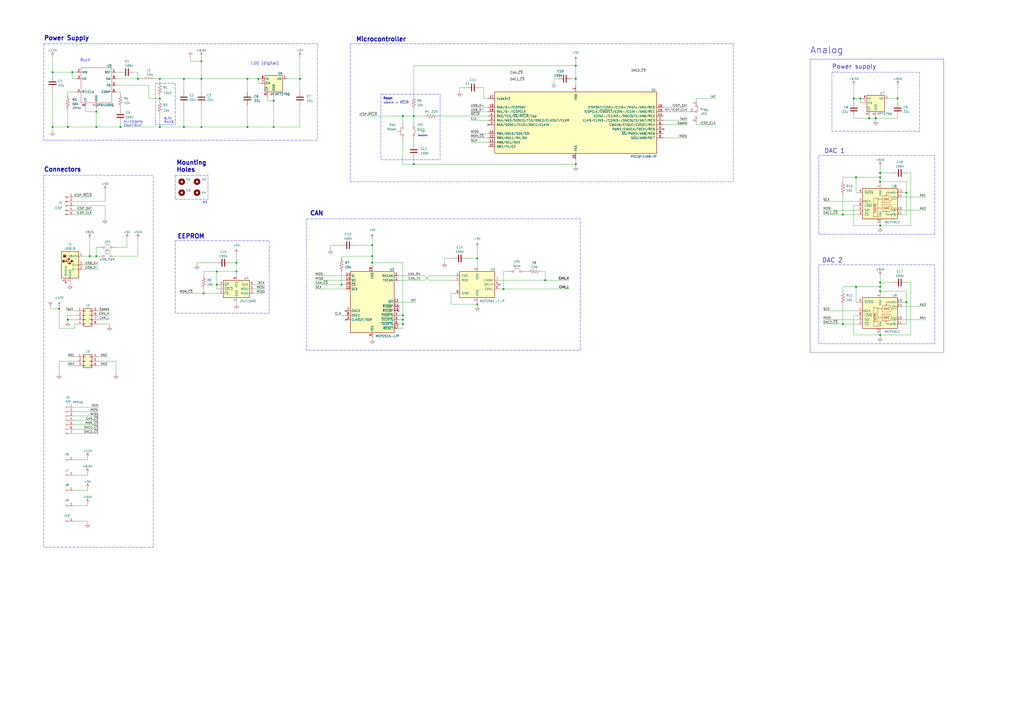
<source format=kicad_sch>
(kicad_sch (version 20250114) (generator "eeschema") (generator_version "9.0")
  (paper "A2")
  (title_block (title "CAN Gauge Interface") (date "2025-09-19") (rev "0.1") (company "Sam Anthony"))
  (rectangle (start 482.6 41.91) (end 533.4 76.2) (stroke (width 0) (type dash)))
  (rectangle (start 25.4 25.4) (end 184.15 81.28) (stroke (width 0) (type dash)))
  (rectangle (start 101.6 139.7) (end 156.21 181.61) (stroke (width 0) (type dash)))
  (rectangle (start 101.6 101.5999) (end 120.65 115.5699) (stroke (width 0) (type dash)))
  (rectangle (start 90.17 48.26) (end 101.6 72.39) (stroke (width 0) (type dash)))
  (rectangle (start 220.98 54.61) (end 255.27 92.71) (stroke (width 0) (type dash)))
  (rectangle (start 474.98 153.67) (end 542.29 199.39) (stroke (width 0) (type dash)))
  (rectangle (start 177.8 127) (end 336.55 203.2) (stroke (width 0) (type dash)))
  (rectangle (start 25.4 101.6) (end 88.9 317.5) (stroke (width 0) (type dash)))
  (rectangle (start 474.98 90.17) (end 542.29 135.89) (stroke (width 0) (type dash)))
  (rectangle (start 203.2 25.4) (end 425.45 105.41) (stroke (width 0) (type dash)))
  (rectangle (start 469.9 34.29) (end 547.37 204.47))
  (text "Connectors" (at 25.4 98.425 0) (effects (font (size 2.54 2.54) (thickness 0.508) (bold yes)) (justify left)))
  (text "Power Supply" (at 25.4 22.225 0) (effects (font (size 2.54 2.54) (thickness 0.508) (bold yes)) (justify left)))
  (text "LDO (digital)" (at 153.67 36.83 0) (effects (font (size 1.651 1.651))))
  (text "CAN" (at 179.705 123.825 0) (effects (font (size 2.54 2.54) (thickness 0.508) (bold yes)) (justify left)))
  (text "2MHz\n" (at 44.45 62.865 0) (effects (font (size 1.27 1.27))))
  (text "6.7V\nR±1%" (at 95.25 69.85 0) (effects (font (size 1.27 1.27)) (justify left)))
  (text "Reset" (at 222.25 57.15 0) (effects (font (size 1.27 1.27) (thickness 0.254) (bold yes)) (justify left)))
  (text "fc=13.5kHz\nCout=31uF" (at 71.755 71.755 0) (effects (font (size 1.27 1.27)) (justify left)))
  (text "Mounting\nHoles" (at 102.235 96.5199 0) (effects (font (size 2.54 2.54) (thickness 0.508) (bold yes)) (justify left)))
  (text "Power supply" (at 482.6 38.735 0) (effects (font (size 2.54 2.54) (thickness 0.254) (bold yes)) (justify left)))
  (text "M3\n" (at 117.475 117.4749 0) (effects (font (size 1.27 1.27)) (justify left)))
  (text "EEPROM" (at 102.87 137.16 0) (effects (font (size 2.54 2.54) (thickness 0.508) (bold yes)) (justify left)))
  (text "≤6mm ↔ ~{MCLR}" (at 222.25 59.69 0) (effects (font (size 1.27 1.27)) (justify left)))
  (text "DAC 1" (at 478.155 87.63 0) (effects (font (size 2.54 2.54) (thickness 0.254) (bold yes)) (justify left)))
  (text "Buck" (at 49.53 34.925 0) (effects (font (size 1.651 1.651))))
  (text "Microcontroller" (at 206.375 22.86 0) (effects (font (size 2.54 2.54) (thickness 0.508) (bold yes)) (justify left)))
  (text "Analog" (at 469.9 29.21 0) (effects (font (size 3.81 3.81) (thickness 0.254) (bold yes)) (justify left)))
  (text "Isolation" (at 245.11 78.74 0) (effects (font (size 0.889 0.889))))
  (text "DAC 2" (at 476.885 151.13 0) (effects (font (size 2.54 2.54) (thickness 0.254) (bold yes)) (justify left)))
  (junction (at 39.37 185.42))
  (junction (at 158.75 58.42))
  (junction (at 510.54 166.37))
  (junction (at 504.19 68.58))
  (junction (at 106.68 45.72))
  (junction (at 510.54 168.91))
  (junction (at 137.16 157.48))
  (junction (at 510.54 100.33))
  (junction (at 55.88 73.66))
  (junction (at 116.84 73.66))
  (junction (at 39.37 73.66))
  (junction (at 106.68 73.66))
  (junction (at 233.68 185.42))
  (junction (at 173.99 45.72))
  (junction (at 496.57 166.37))
  (junction (at 137.16 152.4))
  (junction (at 525.78 111.76))
  (junction (at 143.51 73.66))
  (junction (at 488.95 187.96))
  (junction (at 92.71 73.66))
  (junction (at 334.01 38.1))
  (junction (at 34.29 179.07))
  (junction (at 508 68.58))
  (junction (at 233.68 182.88))
  (junction (at 334.01 45.72))
  (junction (at 495.3 57.15))
  (junction (at 55.88 148.59))
  (junction (at 488.95 124.46))
  (junction (at 510.54 130.81))
  (junction (at 334.01 95.25))
  (junction (at 149.86 45.72))
  (junction (at 30.48 41.91))
  (junction (at 158.75 73.66))
  (junction (at 215.9 142.24))
  (junction (at 80.01 45.72))
  (junction (at 240.03 67.31))
  (junction (at 510.54 102.87))
  (junction (at 510.54 194.31))
  (junction (at 92.71 57.15))
  (junction (at 55.88 64.77))
  (junction (at 525.78 175.26))
  (junction (at 30.48 73.66))
  (junction (at 92.71 45.72))
  (junction (at 276.86 176.53))
  (junction (at 116.84 35.56))
  (junction (at 215.9 152.4))
  (junction (at 520.7 57.15))
  (junction (at 276.86 149.86))
  (junction (at 316.23 162.56))
  (junction (at 125.73 165.1))
  (junction (at 41.91 41.91))
  (junction (at 510.54 163.83))
  (junction (at 499.11 57.15))
  (junction (at 118.11 170.18))
  (junction (at 52.07 148.59))
  (junction (at 215.9 148.59))
  (junction (at 496.57 102.87))
  (junction (at 198.12 165.1))
  (junction (at 125.73 157.48))
  (junction (at 510.54 105.41))
  (junction (at 69.85 73.66))
  (junction (at 240.03 95.25))
  (junction (at 233.68 67.31))
  (junction (at 233.68 187.96))
  (junction (at 143.51 45.72))
  (junction (at 116.84 45.72))
  (junction (at 292.1 167.64))
  (no_connect (at 38.1 163.83))
  (no_connect (at 231.14 177.8))
  (no_connect (at 283.21 72.39))
  (no_connect (at 200.66 185.42))
  (no_connect (at 289.56 165.1))
  (no_connect (at 200.66 180.34))
  (no_connect (at 384.81 74.93))
  (no_connect (at 231.14 180.34))
  (wire (pts (xy 231.14 162.56) (xy 246.38 162.56)))
  (wire (pts (xy 240.03 95.25) (xy 240.03 91.44)))
  (wire (pts (xy 384.81 69.85) (xy 398.78 69.85)))
  (wire (pts (xy 499.11 57.15) (xy 495.3 57.15)))
  (wire (pts (xy 116.84 33.02) (xy 116.84 35.56)))
  (wire (pts (xy 215.9 142.24) (xy 215.9 148.59)))
  (wire (pts (xy 50.8 302.26) (xy 50.8 303.53)))
  (wire (pts (xy 106.68 45.72) (xy 116.84 45.72)))
  (wire (pts (xy 158.75 58.42) (xy 158.75 73.66)))
  (wire (pts (xy 495.3 182.88) (xy 497.84 182.88)))
  (wire (pts (xy 292.1 157.48) (xy 294.64 157.48)))
  (wire (pts (xy 44.45 209.55) (xy 34.29 209.55)))
  (wire (pts (xy 233.68 187.96) (xy 233.68 185.42)))
  (wire (pts (xy 495.3 119.38) (xy 497.84 119.38)))
  (wire (pts (xy 240.03 38.1) (xy 334.01 38.1)))
  (wire (pts (xy 231.14 187.96) (xy 233.68 187.96)))
  (wire (pts (xy 44.45 41.91) (xy 41.91 41.91)))
  (wire (pts (xy 508 67.31) (xy 508 68.58)))
  (wire (pts (xy 289.56 167.64) (xy 292.1 167.64)))
  (wire (pts (xy 510.54 168.91) (xy 510.54 170.18)))
  (wire (pts (xy 215.9 195.58) (xy 215.9 196.85)))
  (wire (pts (xy 60.96 116.84) (xy 60.96 110.49)))
  (wire (pts (xy 67.31 53.34) (xy 69.85 53.34)))
  (wire (pts (xy 499.11 59.69) (xy 499.11 57.15)))
  (wire (pts (xy 80.01 45.72) (xy 82.55 45.72)))
  (wire (pts (xy 48.26 153.67) (xy 57.15 153.67)))
  (wire (pts (xy 127 165.1) (xy 125.73 165.1)))
  (wire (pts (xy 262.89 149.86) (xy 257.81 149.86)))
  (wire (pts (xy 496.57 175.26) (xy 496.57 166.37)))
  (wire (pts (xy 149.86 48.26) (xy 149.86 45.72)))
  (wire (pts (xy 488.95 187.96) (xy 497.84 187.96)))
  (wire (pts (xy 118.11 157.48) (xy 125.73 157.48)))
  (wire (pts (xy 92.71 73.66) (xy 106.68 73.66)))
  (wire (pts (xy 240.03 38.1) (xy 240.03 55.88)))
  (wire (pts (xy 523.24 124.46) (xy 525.78 124.46)))
  (wire (pts (xy 44.45 53.34) (xy 39.37 53.34)))
  (wire (pts (xy 477.52 180.34) (xy 497.84 180.34)))
  (wire (pts (xy 510.54 193.04) (xy 510.54 194.31)))
  (wire (pts (xy 233.68 185.42) (xy 233.68 182.88)))
  (wire (pts (xy 510.54 194.31) (xy 510.54 195.58)))
  (wire (pts (xy 525.78 168.91) (xy 510.54 168.91)))
  (wire (pts (xy 384.81 64.77) (xy 400.05 64.77)))
  (wire (pts (xy 69.85 53.34) (xy 69.85 54.61)))
  (wire (pts (xy 499.11 57.15) (xy 500.38 57.15)))
  (wire (pts (xy 34.29 190.5) (xy 34.29 179.07)))
  (wire (pts (xy 149.86 45.72) (xy 151.13 45.72)))
  (wire (pts (xy 198.12 165.1) (xy 198.12 157.48)))
  (wire (pts (xy 57.15 209.55) (xy 67.31 209.55)))
  (wire (pts (xy 39.37 185.42) (xy 39.37 186.69)))
  (wire (pts (xy 116.84 45.72) (xy 143.51 45.72)))
  (wire (pts (xy 43.18 243.84) (xy 57.15 243.84)))
  (wire (pts (xy 57.15 182.88) (xy 63.5 182.88)))
  (wire (pts (xy 273.05 82.55) (xy 283.21 82.55)))
  (wire (pts (xy 495.3 130.81) (xy 510.54 130.81)))
  (wire (pts (xy 523.24 177.8) (xy 537.21 177.8)))
  (wire (pts (xy 151.13 48.26) (xy 149.86 48.26)))
  (wire (pts (xy 528.32 130.81) (xy 510.54 130.81)))
  (wire (pts (xy 50.8 275.59) (xy 50.8 274.32)))
  (wire (pts (xy 182.88 165.1) (xy 198.12 165.1)))
  (wire (pts (xy 43.18 246.38) (xy 57.15 246.38)))
  (wire (pts (xy 403.86 71.12) (xy 403.86 72.39)))
  (wire (pts (xy 154.94 55.88) (xy 154.94 58.42)))
  (wire (pts (xy 497.84 111.76) (xy 496.57 111.76)))
  (wire (pts (xy 158.75 73.66) (xy 143.51 73.66)))
  (wire (pts (xy 523.24 114.3) (xy 537.21 114.3)))
  (wire (pts (xy 55.88 148.59) (xy 57.15 148.59)))
  (wire (pts (xy 30.48 41.91) (xy 30.48 44.45)))
  (wire (pts (xy 273.05 69.85) (xy 283.21 69.85)))
  (wire (pts (xy 182.88 160.02) (xy 200.66 160.02)))
  (wire (pts (xy 525.78 105.41) (xy 525.78 111.76)))
  (wire (pts (xy 384.81 62.23) (xy 398.78 62.23)))
  (wire (pts (xy 496.57 102.87) (xy 510.54 102.87)))
  (wire (pts (xy 496.57 111.76) (xy 496.57 102.87)))
  (wire (pts (xy 49.53 62.23) (xy 49.53 64.77)))
  (wire (pts (xy 525.78 168.91) (xy 525.78 175.26)))
  (wire (pts (xy 194.31 182.88) (xy 200.66 182.88)))
  (wire (pts (xy 477.52 185.42) (xy 497.84 185.42)))
  (wire (pts (xy 39.37 53.34) (xy 39.37 55.88)))
  (wire (pts (xy 92.71 66.04) (xy 92.71 73.66)))
  (wire (pts (xy 118.11 160.02) (xy 118.11 157.48)))
  (wire (pts (xy 334.01 45.72) (xy 331.47 45.72)))
  (wire (pts (xy 57.15 185.42) (xy 63.5 185.42)))
  (wire (pts (xy 334.01 49.53) (xy 334.01 45.72)))
  (wire (pts (xy 215.9 148.59) (xy 215.9 152.4)))
  (wire (pts (xy 143.51 45.72) (xy 143.51 53.34)))
  (wire (pts (xy 208.28 67.31) (xy 233.68 67.31)))
  (wire (pts (xy 403.86 58.42) (xy 403.86 57.15)))
  (wire (pts (xy 510.54 163.83) (xy 510.54 166.37)))
  (wire (pts (xy 495.3 130.81) (xy 495.3 119.38)))
  (wire (pts (xy 523.24 185.42) (xy 537.21 185.42)))
  (wire (pts (xy 39.37 63.5) (xy 39.37 73.66)))
  (wire (pts (xy 50.8 293.37) (xy 50.8 292.1)))
  (wire (pts (xy 43.18 114.3) (xy 53.34 114.3)))
  (wire (pts (xy 191.77 142.24) (xy 191.77 144.78)))
  (wire (pts (xy 92.71 45.72) (xy 92.71 48.26)))
  (wire (pts (xy 57.15 187.96) (xy 63.5 187.96)))
  (wire (pts (xy 39.37 185.42) (xy 44.45 185.42)))
  (wire (pts (xy 510.54 160.02) (xy 510.54 163.83)))
  (wire (pts (xy 528.32 163.83) (xy 528.32 194.31)))
  (wire (pts (xy 60.96 119.38) (xy 60.96 127)))
  (wire (pts (xy 283.21 57.15) (xy 280.67 57.15)))
  (wire (pts (xy 528.32 100.33) (xy 528.32 130.81)))
  (wire (pts (xy 173.99 45.72) (xy 173.99 53.34)))
  (wire (pts (xy 125.73 167.64) (xy 125.73 165.1)))
  (wire (pts (xy 525.78 105.41) (xy 510.54 105.41)))
  (wire (pts (xy 44.45 182.88) (xy 39.37 182.88)))
  (wire (pts (xy 495.3 67.31) (xy 495.3 68.58)))
  (wire (pts (xy 125.73 157.48) (xy 137.16 157.48)))
  (wire (pts (xy 55.88 143.51) (xy 57.15 143.51)))
  (wire (pts (xy 118.11 170.18) (xy 118.11 167.64)))
  (wire (pts (xy 67.31 209.55) (xy 67.31 217.17)))
  (wire (pts (xy 137.16 152.4) (xy 137.16 157.48)))
  (wire (pts (xy 147.32 170.18) (xy 153.67 170.18)))
  (wire (pts (xy 106.68 73.66) (xy 116.84 73.66)))
  (wire (pts (xy 280.67 50.8) (xy 278.13 50.8)))
  (wire (pts (xy 50.8 284.48) (xy 50.8 283.21)))
  (wire (pts (xy 520.7 68.58) (xy 520.7 67.31)))
  (wire (pts (xy 116.84 60.96) (xy 116.84 73.66)))
  (wire (pts (xy 55.88 62.23) (xy 55.88 64.77)))
  (wire (pts (xy 270.51 149.86) (xy 276.86 149.86)))
  (wire (pts (xy 43.18 275.59) (xy 50.8 275.59)))
  (wire (pts (xy 384.81 80.01) (xy 398.78 80.01)))
  (wire (pts (xy 41.91 45.72) (xy 41.91 41.91)))
  (wire (pts (xy 198.12 149.86) (xy 198.12 148.59)))
  (wire (pts (xy 280.67 57.15) (xy 280.67 50.8)))
  (wire (pts (xy 403.86 57.15) (xy 415.29 57.15)))
  (wire (pts (xy 266.7 50.8) (xy 266.7 53.34)))
  (wire (pts (xy 57.15 212.09) (xy 62.23 212.09)))
  (wire (pts (xy 30.48 73.66) (xy 30.48 76.2)))
  (wire (pts (xy 488.95 102.87) (xy 496.57 102.87)))
  (wire (pts (xy 520.7 57.15) (xy 515.62 57.15)))
  (wire (pts (xy 154.94 58.42) (xy 158.75 58.42)))
  (wire (pts (xy 44.45 187.96) (xy 43.18 187.96)))
  (wire (pts (xy 257.81 149.86) (xy 257.81 152.4)))
  (wire (pts (xy 316.23 157.48) (xy 316.23 162.56)))
  (wire (pts (xy 39.37 207.01) (xy 44.45 207.01)))
  (wire (pts (xy 495.3 57.15) (xy 495.3 49.53)))
  (wire (pts (xy 384.81 72.39) (xy 398.78 72.39)))
  (wire (pts (xy 63.5 187.96) (xy 63.5 189.23)))
  (wire (pts (xy 233.68 67.31) (xy 233.68 71.12)))
  (wire (pts (xy 92.71 57.15) (xy 86.36 57.15)))
  (wire (pts (xy 233.68 152.4) (xy 233.68 182.88)))
  (wire (pts (xy 92.71 45.72) (xy 106.68 45.72)))
  (wire (pts (xy 43.18 251.46) (xy 57.15 251.46)))
  (wire (pts (xy 240.03 81.28) (xy 240.03 83.82)))
  (wire (pts (xy 504.19 68.58) (xy 508 68.58)))
  (wire (pts (xy 233.68 152.4) (xy 215.9 152.4)))
  (wire (pts (xy 86.36 49.53) (xy 67.31 49.53)))
  (wire (pts (xy 510.54 105.41) (xy 510.54 106.68)))
  (wire (pts (xy 273.05 77.47) (xy 283.21 77.47)))
  (wire (pts (xy 158.75 55.88) (xy 158.75 58.42)))
  (wire (pts (xy 200.66 165.1) (xy 198.12 165.1)))
  (wire (pts (xy 30.48 33.02) (xy 30.48 41.91)))
  (wire (pts (xy 316.23 162.56) (xy 330.2 162.56)))
  (wire (pts (xy 233.68 67.31) (xy 240.03 67.31)))
  (wire (pts (xy 528.32 194.31) (xy 510.54 194.31)))
  (wire (pts (xy 198.12 148.59) (xy 215.9 148.59)))
  (wire (pts (xy 29.21 177.8) (xy 29.21 179.07)))
  (wire (pts (xy 92.71 57.15) (xy 92.71 58.42)))
  (wire (pts (xy 173.99 73.66) (xy 158.75 73.66)))
  (wire (pts (xy 525.78 175.26) (xy 525.78 187.96)))
  (wire (pts (xy 510.54 96.52) (xy 510.54 100.33)))
  (wire (pts (xy 231.14 190.5) (xy 233.68 190.5)))
  (wire (pts (xy 29.21 179.07) (xy 34.29 179.07)))
  (wire (pts (xy 304.8 157.48) (xy 306.07 157.48)))
  (wire (pts (xy 104.14 170.18) (xy 118.11 170.18)))
  (wire (pts (xy 495.3 194.31) (xy 510.54 194.31)))
  (wire (pts (xy 270.51 50.8) (xy 266.7 50.8)))
  (wire (pts (xy 334.01 95.25) (xy 334.01 96.52)))
  (wire (pts (xy 55.88 73.66) (xy 39.37 73.66)))
  (wire (pts (xy 510.54 100.33) (xy 518.16 100.33)))
  (wire (pts (xy 43.18 241.3) (xy 57.15 241.3)))
  (wire (pts (xy 43.18 238.76) (xy 57.15 238.76)))
  (wire (pts (xy 510.54 166.37) (xy 510.54 168.91)))
  (wire (pts (xy 488.95 168.91) (xy 488.95 166.37)))
  (wire (pts (xy 500.38 59.69) (xy 499.11 59.69)))
  (wire (pts (xy 43.18 187.96) (xy 43.18 190.5)))
  (wire (pts (xy 55.88 148.59) (xy 55.88 143.51)))
  (wire (pts (xy 116.84 35.56) (xy 116.84 45.72)))
  (wire (pts (xy 57.15 180.34) (xy 63.5 180.34)))
  (wire (pts (xy 67.31 148.59) (xy 80.01 148.59)))
  (wire (pts (xy 254 67.31) (xy 283.21 67.31)))
  (wire (pts (xy 43.18 190.5) (xy 34.29 190.5)))
  (wire (pts (xy 106.68 45.72) (xy 106.68 53.34)))
  (wire (pts (xy 523.24 175.26) (xy 525.78 175.26)))
  (wire (pts (xy 48.26 148.59) (xy 52.07 148.59)))
  (wire (pts (xy 233.68 81.28) (xy 233.68 95.25)))
  (wire (pts (xy 92.71 73.66) (xy 69.85 73.66)))
  (wire (pts (xy 52.07 148.59) (xy 55.88 148.59)))
  (wire (pts (xy 43.18 284.48) (xy 50.8 284.48)))
  (wire (pts (xy 488.95 166.37) (xy 496.57 166.37)))
  (wire (pts (xy 273.05 64.77) (xy 283.21 64.77)))
  (wire (pts (xy 488.95 124.46) (xy 497.84 124.46)))
  (wire (pts (xy 520.7 49.53) (xy 520.7 57.15)))
  (wire (pts (xy 69.85 62.23) (xy 69.85 63.5)))
  (wire (pts (xy 147.32 167.64) (xy 153.67 167.64)))
  (wire (pts (xy 510.54 102.87) (xy 510.54 105.41)))
  (wire (pts (xy 57.15 207.01) (xy 62.23 207.01)))
  (wire (pts (xy 173.99 33.02) (xy 173.99 45.72)))
  (wire (pts (xy 44.45 45.72) (xy 41.91 45.72)))
  (wire (pts (xy 496.57 166.37) (xy 510.54 166.37)))
  (wire (pts (xy 276.86 176.53) (xy 276.86 177.8)))
  (wire (pts (xy 77.47 41.91) (xy 80.01 41.91)))
  (wire (pts (xy 248.92 160.02) (xy 246.38 162.56)))
  (wire (pts (xy 90.17 45.72) (xy 92.71 45.72)))
  (wire (pts (xy 39.37 182.88) (xy 39.37 185.42)))
  (wire (pts (xy 495.3 68.58) (xy 504.19 68.58)))
  (wire (pts (xy 488.95 113.03) (xy 488.95 124.46)))
  (wire (pts (xy 321.31 45.72) (xy 323.85 45.72)))
  (wire (pts (xy 137.16 175.26) (xy 137.16 176.53)))
  (wire (pts (xy 34.29 209.55) (xy 34.29 217.17)))
  (wire (pts (xy 38.1 180.34) (xy 44.45 180.34)))
  (wire (pts (xy 231.14 182.88) (xy 233.68 182.88)))
  (wire (pts (xy 495.3 57.15) (xy 495.3 59.69)))
  (wire (pts (xy 137.16 157.48) (xy 137.16 160.02)))
  (wire (pts (xy 125.73 157.48) (xy 125.73 165.1)))
  (wire (pts (xy 510.54 130.81) (xy 510.54 132.08)))
  (wire (pts (xy 313.69 157.48) (xy 316.23 157.48)))
  (wire (pts (xy 92.71 55.88) (xy 92.71 57.15)))
  (wire (pts (xy 334.01 92.71) (xy 334.01 95.25)))
  (wire (pts (xy 116.84 45.72) (xy 116.84 53.34)))
  (wire (pts (xy 477.52 187.96) (xy 488.95 187.96)))
  (wire (pts (xy 276.86 175.26) (xy 276.86 176.53)))
  (wire (pts (xy 67.31 45.72) (xy 80.01 45.72)))
  (wire (pts (xy 43.18 248.92) (xy 57.15 248.92)))
  (wire (pts (xy 173.99 60.96) (xy 173.99 73.66)))
  (wire (pts (xy 495.3 194.31) (xy 495.3 182.88)))
  (wire (pts (xy 403.86 72.39) (xy 415.29 72.39)))
  (wire (pts (xy 292.1 167.64) (xy 292.1 157.48)))
  (wire (pts (xy 80.01 41.91) (xy 80.01 45.72)))
  (wire (pts (xy 182.88 167.64) (xy 200.66 167.64)))
  (wire (pts (xy 50.8 266.7) (xy 50.8 265.43)))
  (wire (pts (xy 43.18 293.37) (xy 50.8 293.37)))
  (wire (pts (xy 143.51 73.66) (xy 116.84 73.66)))
  (wire (pts (xy 69.85 73.66) (xy 55.88 73.66)))
  (wire (pts (xy 133.35 152.4) (xy 137.16 152.4)))
  (wire (pts (xy 67.31 41.91) (xy 69.85 41.91)))
  (wire (pts (xy 137.16 147.32) (xy 137.16 152.4)))
  (wire (pts (xy 240.03 95.25) (xy 334.01 95.25)))
  (wire (pts (xy 69.85 71.12) (xy 69.85 73.66)))
  (wire (pts (xy 525.78 100.33) (xy 528.32 100.33)))
  (wire (pts (xy 198.12 142.24) (xy 191.77 142.24)))
  (wire (pts (xy 261.62 170.18) (xy 264.16 170.18)))
  (wire (pts (xy 49.53 64.77) (xy 55.88 64.77)))
  (wire (pts (xy 215.9 138.43) (xy 215.9 142.24)))
  (wire (pts (xy 510.54 100.33) (xy 510.54 102.87)))
  (wire (pts (xy 110.49 35.56) (xy 110.49 33.02)))
  (wire (pts (xy 43.18 116.84) (xy 60.96 116.84)))
  (wire (pts (xy 240.03 67.31) (xy 246.38 67.31)))
  (wire (pts (xy 523.24 111.76) (xy 525.78 111.76)))
  (wire (pts (xy 289.56 162.56) (xy 316.23 162.56)))
  (wire (pts (xy 48.26 156.21) (xy 57.15 156.21)))
  (wire (pts (xy 30.48 52.07) (xy 30.48 73.66)))
  (wire (pts (xy 73.66 143.51) (xy 73.66 138.43)))
  (wire (pts (xy 43.18 119.38) (xy 60.96 119.38)))
  (wire (pts (xy 52.07 138.43) (xy 52.07 148.59)))
  (wire (pts (xy 520.7 59.69) (xy 520.7 57.15)))
  (wire (pts (xy 240.03 67.31) (xy 240.03 71.12)))
  (wire (pts (xy 215.9 152.4) (xy 215.9 154.94)))
  (wire (pts (xy 233.68 95.25) (xy 240.03 95.25)))
  (wire (pts (xy 147.32 165.1) (xy 153.67 165.1)))
  (wire (pts (xy 106.68 60.96) (xy 106.68 73.66)))
  (wire (pts (xy 261.62 176.53) (xy 261.62 170.18)))
  (wire (pts (xy 34.29 179.07) (xy 34.29 177.8)))
  (wire (pts (xy 41.91 41.91) (xy 30.48 41.91)))
  (wire (pts (xy 43.18 124.46) (xy 53.34 124.46)))
  (wire (pts (xy 40.64 163.83) (xy 40.64 165.1)))
  (wire (pts (xy 127 167.64) (xy 125.73 167.64)))
  (wire (pts (xy 43.18 302.26) (xy 50.8 302.26)))
  (wire (pts (xy 523.24 121.92) (xy 537.21 121.92)))
  (wire (pts (xy 205.74 142.24) (xy 215.9 142.24)))
  (wire (pts (xy 508 68.58) (xy 520.7 68.58)))
  (wire (pts (xy 231.14 160.02) (xy 246.38 160.02)))
  (wire (pts (xy 488.95 105.41) (xy 488.95 102.87)))
  (wire (pts (xy 488.95 176.53) (xy 488.95 187.96)))
  (wire (pts (xy 143.51 60.96) (xy 143.51 73.66)))
  (wire (pts (xy 276.86 176.53) (xy 261.62 176.53)))
  (wire (pts (xy 321.31 48.26) (xy 321.31 45.72)))
  (wire (pts (xy 523.24 187.96) (xy 525.78 187.96)))
  (wire (pts (xy 67.31 143.51) (xy 73.66 143.51)))
  (wire (pts (xy 43.18 236.22) (xy 57.15 236.22)))
  (wire (pts (xy 477.52 124.46) (xy 488.95 124.46)))
  (wire (pts (xy 149.86 45.72) (xy 143.51 45.72)))
  (wire (pts (xy 114.3 152.4) (xy 114.3 153.67)))
  (wire (pts (xy 504.19 67.31) (xy 504.19 68.58)))
  (wire (pts (xy 86.36 57.15) (xy 86.36 49.53)))
  (wire (pts (xy 114.3 152.4) (xy 125.73 152.4)))
  (wire (pts (xy 497.84 175.26) (xy 496.57 175.26)))
  (wire (pts (xy 273.05 80.01) (xy 283.21 80.01)))
  (wire (pts (xy 508 68.58) (xy 508 69.85)))
  (wire (pts (xy 334.01 38.1) (xy 334.01 45.72)))
  (wire (pts (xy 116.84 35.56) (xy 110.49 35.56)))
  (wire (pts (xy 276.86 143.51) (xy 276.86 149.86)))
  (wire (pts (xy 127 170.18) (xy 118.11 170.18)))
  (wire (pts (xy 233.68 190.5) (xy 233.68 187.96)))
  (wire (pts (xy 39.37 73.66) (xy 30.48 73.66)))
  (wire (pts (xy 525.78 163.83) (xy 528.32 163.83)))
  (wire (pts (xy 510.54 163.83) (xy 518.16 163.83)))
  (wire (pts (xy 477.52 121.92) (xy 497.84 121.92)))
  (wire (pts (xy 334.01 35.56) (xy 334.01 38.1)))
  (wire (pts (xy 292.1 167.64) (xy 330.2 167.64)))
  (wire (pts (xy 231.14 175.26) (xy 241.3 175.26)))
  (wire (pts (xy 39.37 212.09) (xy 44.45 212.09)))
  (wire (pts (xy 166.37 45.72) (xy 173.99 45.72)))
  (wire (pts (xy 231.14 185.42) (xy 233.68 185.42)))
  (wire (pts (xy 510.54 129.54) (xy 510.54 130.81)))
  (wire (pts (xy 43.18 266.7) (xy 50.8 266.7)))
  (wire (pts (xy 273.05 62.23) (xy 283.21 62.23)))
  (wire (pts (xy 248.92 162.56) (xy 264.16 162.56)))
  (wire (pts (xy 477.52 116.84) (xy 497.84 116.84)))
  (wire (pts (xy 55.88 64.77) (xy 55.88 73.66)))
  (wire (pts (xy 182.88 162.56) (xy 200.66 162.56)))
  (wire (pts (xy 248.92 160.02) (xy 264.16 160.02)))
  (wire (pts (xy 246.38 160.02) (xy 248.92 162.56)))
  (wire (pts (xy 525.78 111.76) (xy 525.78 124.46)))
  (wire (pts (xy 240.03 63.5) (xy 240.03 67.31)))
  (wire (pts (xy 43.18 121.92) (xy 53.34 121.92)))
  (wire (pts (xy 80.01 148.59) (xy 80.01 138.43)))
  (wire (pts (xy 276.86 149.86) (xy 276.86 154.94)))
  (label "DAC1_~{CS}" (at 477.52 124.46 0))
  (label "MISO" (at 57.15 241.3 180))
  (label "CAN_H" (at 330.2 162.56 180) (effects (font (thickness 0.254) (bold yes))))
  (label "SCK" (at 153.67 165.1 180) (effects (font (thickness 0.1588))))
  (label "Speed" (at 63.5 180.34 180) (effects (font (thickness 0.1588))))
  (label "CLK" (at 273.05 69.85 0))
  (label "MOSI" (at 398.78 80.01 180) (effects (font (thickness 0.1588))))
  (label "ICSP_DAT" (at 398.78 62.23 180))
  (label "CAN_L" (at 63.5 185.42 180))
  (label "ROM_~{CS}" (at 104.14 170.18 0) (effects (font (thickness 0.1588))))
  (label "MOSI" (at 182.88 160.02 0) (effects (font (thickness 0.1588))))
  (label "DAC1_~{CS}" (at 295.91 46.99 0))
  (label "AN3" (at 62.23 212.09 180) (effects (font (thickness 0.1588))))
  (label "Speed" (at 398.78 72.39 180))
  (label "AN1" (at 537.21 114.3 180))
  (label "CAN_~{CS}" (at 295.91 43.18 0))
  (label "CAN_~{CS}" (at 57.15 243.84 180))
  (label "INT" (at 415.29 57.15 180))
  (label "CLK" (at 194.31 182.88 0))
  (label "MISO" (at 153.67 170.18 180) (effects (font (thickness 0.1588))))
  (label "INT" (at 241.3 175.26 180) (effects (font (thickness 0.1588))))
  (label "MOSI" (at 153.67 167.64 180) (effects (font (thickness 0.1588))))
  (label "ICSP_CLK" (at 53.34 124.46 180))
  (label "AN2" (at 62.23 207.01 180) (effects (font (thickness 0.1588))))
  (label "SCK" (at 273.05 82.55 0) (effects (font (thickness 0.1588))))
  (label "Tach" (at 38.1 180.34 0) (effects (font (thickness 0.1588))))
  (label "CAN_~{CS}" (at 182.88 165.1 0) (effects (font (thickness 0.1588))))
  (label "ICSP_CLK" (at 415.29 72.39 180))
  (label "USB_D+" (at 273.05 62.23 0))
  (label "SCK" (at 477.52 180.34 0) (effects (font (thickness 0.1588))))
  (label "ROM_~{CS}" (at 57.15 246.38 180))
  (label "AN1" (at 39.37 207.01 0) (effects (font (thickness 0.1588))))
  (label "DAC2_~{CS}" (at 374.65 41.91 180))
  (label "USB_D-" (at 273.05 64.77 0))
  (label "INT{slash}ICSP_CLK" (at 398.78 64.77 180))
  (label "SCK" (at 57.15 236.22 180))
  (label "AN4" (at 39.37 212.09 0) (effects (font (thickness 0.1588))))
  (label "MOSI" (at 477.52 121.92 0))
  (label "AN4" (at 537.21 185.42 180))
  (label "MISO" (at 182.88 162.56 0) (effects (font (thickness 0.1588))))
  (label "DAC1_~{CS}" (at 57.15 248.92 180))
  (label "MOSI" (at 57.15 238.76 180))
  (label "~{MCLR}" (at 273.05 67.31 0))
  (label "AN3" (at 537.21 177.8 180))
  (label "DAC2_~{CS}" (at 57.15 251.46 180))
  (label "USB_D-" (at 57.15 156.21 180))
  (label "AN2" (at 537.21 121.92 180))
  (label "USB_D+" (at 57.15 153.67 180))
  (label "SCK" (at 182.88 167.64 0) (effects (font (thickness 0.1588))))
  (label "Tach" (at 398.78 69.85 180))
  (label "ROM_~{CS}" (at 273.05 80.01 0))
  (label "ICSP_DAT" (at 53.34 121.92 180))
  (label "CAN_RX" (at 243.84 160.02 180))
  (label "ICSP_~{MCLR}" (at 53.34 114.3 180))
  (label "MISO" (at 273.05 77.47 0) (effects (font (thickness 0.1588))))
  (label "ICSP_~{MCLR}" (at 208.28 67.31 0))
  (label "MOSI" (at 477.52 185.42 0))
  (label "CAN_L" (at 330.2 167.64 180) (effects (font (thickness 0.254) (bold yes))))
  (label "SCK" (at 477.52 116.84 0) (effects (font (thickness 0.1588))))
  (label "DAC2_~{CS}" (at 477.52 187.96 0))
  (label "CAN_TX" (at 243.84 162.56 180))
  (label "CAN_H" (at 63.5 182.88 180) (effects (font (thickness 0.1588))))
  (symbol (lib_id "power:GND") (at 215.9 196.85 0) (unit 1)
    (property "Reference" "#PWR028" (effects (hide yes)))
    (property "Value" "GND" (effects (hide yes)))
    (property "Description" "Power symbol creates a global label with name \"GND\" , ground" (effects (hide yes)))
  )
  (symbol (lib_id "Connector:USB_B") (at 40.64 153.67 0) (unit 1)
    (property "Reference" "J1" (at 40.64 141.605 0))
    (property "Value" "USB_B" (at 40.64 144.145 0))
    (property "Footprint" "Connector_USB:USB_B_OST_USB-B1HSxx_Horizontal" (effects (hide yes)))
    (property "Description" "USB Type B connector" (effects (hide yes)))
  )
  (symbol (lib_id "power:GND") (at 50.8 303.53 0) (unit 1)
    (property "Reference" "#PWR039" (effects (hide yes)))
    (property "Value" "GND" (effects (hide yes)))
    (property "Description" "Power symbol creates a global label with name \"GND\" , ground" (effects (hide yes)))
  )
  (symbol (lib_id "Device:C") (at 173.99 57.15 0) (unit 1)
    (property "Reference" "C7" (at 177.8 55.8799 0) (effects (justify left)))
    (property "Value" "22u" (at 177.8 58.4199 0) (effects (justify left)))
    (property "Footprint" "Capacitor_SMD:C_1206_3216Metric_Pad1.33x1.80mm_HandSolder" (effects (hide yes)))
    (property "Description" "Unpolarized capacitor" (effects (hide yes)))
  )
  (symbol (lib_id "power:+12V") (at 34.29 177.8 0) (unit 1)
    (property "Reference" "#PWR029" (effects (hide yes)))
    (property "Value" "+12V" (at 34.29 172.72 0))
    (property "Description" "Power symbol creates a global label with name \"+12V\"" (effects (hide yes)))
  )
  (symbol (lib_id "power:GND") (at 63.5 189.23 0) (unit 1)
    (property "Reference" "#PWR033" (effects (hide yes)))
    (property "Value" "GND" (effects (hide yes)))
    (property "Description" "Power symbol creates a global label with name \"GND\" , ground" (effects (hide yes)))
  )
  (symbol (lib_id "Device:C") (at 129.54 152.4 90) (unit 1)
    (property "Reference" "C15" (at 129.54 146.05 90))
    (property "Value" "100n" (at 129.54 148.59 90))
    (property "Footprint" "Capacitor_THT:C_Disc_D5.0mm_W2.5mm_P2.50mm" (effects (hide yes)))
    (property "Description" "Unpolarized capacitor" (effects (hide yes)))
  )
  (symbol (lib_id "Jumper:Jumper_2_Bridged") (at 240.03 76.2 270) (mirror x) (unit 1)
    (property "Reference" "JP1" (at 241.935 72.39 90) (effects (justify left)))
    (property "Value" "~{Prog}" (at 241.935 75.565 90) (effects (justify left)))
    (property "Footprint" "Connector_PinSocket_2.54mm:PinSocket_1x02_P2.54mm_Vertical" (effects (hide yes)))
    (property "Description" "Jumper, 2-pole, closed/bridged" (effects (hide yes)))
  )
  (symbol (lib_id "Device:C") (at 266.7 149.86 90) (unit 1)
    (property "Reference" "C14" (at 266.7 143.51 90))
    (property "Value" "100n" (at 266.7 146.05 90))
    (property "Footprint" "Capacitor_THT:C_Disc_D5.0mm_W2.5mm_P2.50mm" (effects (hide yes)))
    (property "Description" "Unpolarized capacitor" (effects (hide yes)))
  )
  (symbol (lib_id "power:+5V") (at 173.99 33.02 0) (unit 1)
    (property "Reference" "#PWR06" (effects (hide yes)))
    (property "Value" "+5V" (at 173.99 29.21 0))
    (property "Description" "Power symbol creates a global label with name \"+5V\"" (effects (hide yes)))
  )
  (symbol (lib_id "Device:C") (at 106.68 57.15 180) (unit 1)
    (property "Reference" "C2" (at 111.125 55.245 0))
    (property "Value" "22u" (at 111.76 57.785 0))
    (property "Footprint" "Capacitor_SMD:C_1206_3216Metric_Pad1.33x1.80mm_HandSolder" (effects (hide yes)))
    (property "Description" "Unpolarized capacitor" (effects (hide yes)))
  )
  (symbol (lib_id "Device:C") (at 30.48 48.26 0) (unit 1)
    (property "Reference" "C1" (at 34.925 46.99 0))
    (property "Value" "22u" (at 35.56 49.53 0))
    (property "Footprint" "Capacitor_SMD:C_1206_3216Metric_Pad1.33x1.80mm_HandSolder" (effects (hide yes)))
    (property "Description" "Unpolarized capacitor" (effects (hide yes)))
  )
  (symbol (lib_id "Device:C") (at 495.3 63.5 0) (unit 1)
    (property "Reference" "C8" (at 492.125 62.23 0) (effects (justify right)))
    (property "Value" "22u" (at 492.125 64.77 0) (effects (justify right)))
    (property "Footprint" "Capacitor_SMD:C_1206_3216Metric_Pad1.33x1.80mm_HandSolder" (effects (hide yes)))
    (property "Description" "Unpolarized capacitor" (effects (hide yes)))
  )
  (symbol (lib_id "Memory_EEPROM:25LCxxx") (at 137.16 167.64 0) (unit 1)
    (property "Reference" "U4" (at 141.605 161.29 0) (effects (justify left)))
    (property "Value" "25LC160C" (at 139.065 174.625 0) (effects (justify left)))
    (property "Footprint" "Package_DIP:DIP-8_W7.62mm" (effects (hide yes)))
    (property "Datasheet" "http://ww1.microchip.com/downloads/en/DeviceDoc/21832H.pdf" (effects (hide yes)))
    (property "Description" "SPI Serial EEPROM, DIP-8/SOIC-8/TSSOP-8" (effects (hide yes)))
  )
  (symbol (lib_id "Jumper:Jumper_3_Bridged12") (at 403.86 64.77 270) (unit 1) (in_bom no)
    (property "Reference" "JP2" (at 408.305 66.04 90))
    (property "Value" "Prog" (at 408.305 63.5 90))
    (property "Footprint" "Connector_PinSocket_2.54mm:PinSocket_1x03_P2.54mm_Vertical" (effects (hide yes)))
    (property "Description" "Jumper, 3-pole, pins 1+2 closed/bridged" (effects (hide yes)))
  )
  (symbol (lib_id "power:GND") (at 510.54 132.08 0) (unit 1)
    (property "Reference" "#PWR017" (effects (hide yes)))
    (property "Value" "GND" (effects (hide yes)))
    (property "Description" "Power symbol creates a global label with name \"GND\" , ground" (effects (hide yes)))
  )
  (symbol (lib_id "power:PWR_FLAG") (at 110.49 33.02 0) (unit 1)
    (property "Reference" "#FLG02" (effects (hide yes)))
    (property "Value" "+6.5V" (effects (hide yes)))
    (property "Description" "Special symbol for telling ERC where power comes from" (effects (hide yes)))
  )
  (symbol (lib_id "power:GND") (at 510.54 195.58 0) (unit 1)
    (property "Reference" "#PWR019" (effects (hide yes)))
    (property "Value" "GND" (effects (hide yes)))
    (property "Description" "Power symbol creates a global label with name \"GND\" , ground" (effects (hide yes)))
  )
  (symbol (lib_id "power:GND") (at 334.01 96.52 0) (unit 1)
    (property "Reference" "#PWR01" (effects (hide yes)))
    (property "Value" "GND" (effects (hide yes)))
    (property "Description" "Power symbol creates a global label with name \"GND\" , ground" (effects (hide yes)))
  )
  (symbol (lib_id "Device:R_US") (at 198.12 153.67 0) (unit 1)
    (property "Reference" "R7" (at 200.025 152.4 0) (effects (justify left)))
    (property "Value" "10k" (at 200.025 154.94 0) (effects (justify left)))
    (property "Footprint" "Resistor_THT:R_Axial_DIN0411_L9.9mm_D3.6mm_P12.70mm_Horizontal" (effects (hide yes)))
    (property "Description" "Resistor, US symbol" (effects (hide yes)))
  )
  (symbol (lib_id "Device:R_US") (at 118.11 163.83 0) (unit 1)
    (property "Reference" "R9" (at 120.015 162.56 0) (effects (justify left)))
    (property "Value" "10k" (at 120.015 165.1 0) (effects (justify left)))
    (property "Footprint" "Resistor_THT:R_Axial_DIN0411_L9.9mm_D3.6mm_P12.70mm_Horizontal" (effects (hide yes)))
    (property "Description" "Resistor, US symbol" (effects (hide yes)))
  )
  (symbol (lib_id "Mechanical:MountingHole") (at 105.41 105.4099 0) (unit 1) (exclude_from_sim yes) (in_bom no)
    (property "Reference" "H1" (at 107.95 104.1398 0) (effects (justify left)))
    (property "Value" "MountingHole" (effects (hide yes)))
    (property "Footprint" "MountingHole:MountingHole_3.2mm_M3_DIN965" (effects (hide yes)))
    (property "Description" "Mounting Hole without connection" (effects (hide yes)))
  )
  (symbol (lib_id "power:GND") (at 67.31 217.17 0) (unit 1)
    (property "Reference" "#PWR035" (effects (hide yes)))
    (property "Value" "GND" (effects (hide yes)))
    (property "Description" "Power symbol creates a global label with name \"GND\" , ground" (effects (hide yes)))
  )
  (symbol (lib_id "Connector:Conn_01x07_Socket") (at 38.1 243.84 0) (mirror y) (unit 1)
    (property "Reference" "J5" (at 38.1 230.505 0) (effects (justify right)))
    (property "Value" "SPI debug" (at 38.1 233.045 0) (effects (justify right)))
    (property "Footprint" "Connector_PinSocket_2.54mm:PinSocket_1x07_P2.54mm_Vertical" (effects (hide yes)))
    (property "Description" "Generic connector, single row, 01x07, script generated" (effects (hide yes)))
  )
  (symbol (lib_id "Jumper:Jumper_2_Open") (at 62.23 143.51 0) (unit 1)
    (property "Reference" "JP3" (at 62.23 140.335 0))
    (property "Value" "USB_PWR" (effects (hide yes)))
    (property "Footprint" "Connector_PinSocket_2.54mm:PinSocket_1x02_P2.54mm_Vertical" (effects (hide yes)))
    (property "Description" "Jumper, 2-pole, open" (effects (hide yes)))
  )
  (symbol (lib_id "symbols:AP64100") (at 55.88 49.53 0) (unit 1)
    (property "Reference" "U5" (at 63.5 38.1 0))
    (property "Value" "AP64100Q" (at 60.96 60.96 0))
    (property "Footprint" "Package_SO:Diodes_SO-8EP" (effects (hide yes)))
    (property "Datasheet" "https://www.diodes.com/assets/Datasheets/AP64100.pdf" (effects (hide yes)))
    (property "Description" "3.8V to40V input, 1A low IQ synchronous buck with adjustable frequency" (effects (hide yes)))
  )
  (symbol (lib_id "Device:C") (at 143.51 57.15 0) (unit 1)
    (property "Reference" "C6" (at 147.32 55.8799 0) (effects (justify left)))
    (property "Value" "22u" (at 147.32 58.4199 0) (effects (justify left)))
    (property "Footprint" "Capacitor_SMD:C_1206_3216Metric_Pad1.33x1.80mm_HandSolder" (effects (hide yes)))
    (property "Description" "Unpolarized capacitor" (effects (hide yes)))
  )
  (symbol (lib_id "Jumper:Jumper_2_Open") (at 62.23 148.59 0) (unit 1)
    (property "Reference" "JP4" (at 62.23 145.415 0))
    (property "Value" "USB_PWR" (at 62.23 150.495 0))
    (property "Footprint" "Connector_PinSocket_2.54mm:PinSocket_1x02_P2.54mm_Vertical" (effects (hide yes)))
    (property "Description" "Jumper, 2-pole, open" (effects (hide yes)))
  )
  (symbol (lib_id "Device:C") (at 201.93 142.24 90) (unit 1)
    (property "Reference" "C13" (at 201.93 135.89 90))
    (property "Value" "100n" (at 201.93 138.43 90))
    (property "Footprint" "Capacitor_THT:C_Disc_D5.0mm_W2.5mm_P2.50mm" (effects (hide yes)))
    (property "Description" "Unpolarized capacitor" (effects (hide yes)))
  )
  (symbol (lib_id "Connector_Generic:Conn_02x04_Top_Bottom") (at 49.53 182.88 0) (unit 1)
    (property "Reference" "J2" (at 50.8 177.165 0))
    (property "Value" "Conn_02x04_Top_Bottom" (effects (hide yes)))
    (property "Footprint" "Connector_Molex:Molex_Mini-Fit_Jr_5569-08A2_2x04_P4.20mm_Horizontal" (effects (hide yes)))
    (property "Datasheet" "https://www.molex.com/en-us/products/part-detail/39300080?display=pdf" (effects (hide yes)))
    (property "Description" "Generic connector, double row, 02x04, top/bottom pin numbering scheme (row 1: 1...pins_per_row, row2: pins_per_row+1 ... num_pins), script generated (kicad-library-utils/schlib/autogen/connector/)" (effects (hide yes)))
  )
  (symbol (lib_id "Device:R_US") (at 69.85 58.42 180) (unit 1)
    (property "Reference" "R5" (at 73.025 57.15 0))
    (property "Value" "12k" (at 73.66 59.69 0))
    (property "Footprint" "Resistor_SMD:R_0805_2012Metric_Pad1.20x1.40mm_HandSolder" (effects (hide yes)))
    (property "Description" "Resistor, US symbol" (effects (hide yes)))
  )
  (symbol (lib_id "Device:C") (at 520.7 63.5 0) (unit 1)
    (property "Reference" "C9" (at 523.875 62.23 0) (effects (justify left)))
    (property "Value" "22u" (at 523.875 64.77 0) (effects (justify left)))
    (property "Footprint" "Capacitor_SMD:C_1206_3216Metric_Pad1.33x1.80mm_HandSolder" (effects (hide yes)))
    (property "Description" "Unpolarized capacitor" (effects (hide yes)))
  )
  (symbol (lib_id "Device:R_US") (at 39.37 59.69 0) (unit 1)
    (property "Reference" "R3" (at 41.91 57.7849 0) (effects (justify left)))
    (property "Value" "50k" (at 41.91 60.3249 0) (effects (justify left)))
    (property "Footprint" "Resistor_SMD:R_0805_2012Metric_Pad1.20x1.40mm_HandSolder" (effects (hide yes)))
    (property "Description" "Resistor, US symbol" (effects (hide yes)))
  )
  (symbol (lib_id "Device:C") (at 240.03 87.63 0) (unit 1)
    (property "Reference" "C12" (at 243.84 86.3599 0) (effects (justify left)))
    (property "Value" "100n" (at 243.84 88.8999 0) (effects (justify left)))
    (property "Footprint" "Capacitor_THT:C_Disc_D5.0mm_W2.5mm_P2.50mm" (effects (hide yes)))
    (property "Description" "Unpolarized capacitor" (effects (hide yes)))
  )
  (symbol (lib_id "Device:R_US") (at 92.71 62.23 180) (unit 1)
    (property "Reference" "R2" (at 95.885 60.96 0))
    (property "Value" "10k" (at 96.52 64.135 0))
    (property "Footprint" "Resistor_SMD:R_0805_2012Metric_Pad1.20x1.40mm_HandSolder" (effects (hide yes)))
    (property "Description" "Resistor, US symbol" (effects (hide yes)))
  )
  (symbol (lib_id "power:GND") (at 508 69.85 0) (unit 1)
    (property "Reference" "#PWR022" (effects (hide yes)))
    (property "Value" "GND" (effects (hide yes)))
    (property "Description" "Power symbol creates a global label with name \"GND\" , ground" (effects (hide yes)))
  )
  (symbol (lib_id "power:+5V") (at 73.66 138.43 0) (unit 1)
    (property "Reference" "#PWR032" (effects (hide yes)))
    (property "Value" "+5V" (at 73.66 134.62 0))
    (property "Description" "Power symbol creates a global label with name \"+5V\"" (effects (hide yes)))
  )
  (symbol (lib_id "Device:C") (at 521.97 163.83 90) (unit 1)
    (property "Reference" "C17" (at 521.97 157.48 90))
    (property "Value" "100n" (at 521.97 160.02 90))
    (property "Footprint" "Capacitor_THT:C_Disc_D5.0mm_W2.5mm_P2.50mm" (effects (hide yes)))
    (property "Description" "Unpolarized capacitor" (effects (hide yes)))
  )
  (symbol (lib_id "Analog_DAC:MCP4912") (at 510.54 116.84 0) (unit 1)
    (property "Reference" "U8" (at 517.525 107.95 0) (effects (justify left)))
    (property "Value" "MCP4912" (at 513.08 128.905 0) (effects (justify left)))
    (property "Footprint" "Package_DIP:DIP-14_W7.62mm" (effects (hide yes)))
    (property "Datasheet" "http://ww1.microchip.com/downloads/en/DeviceDoc/22250A.pdf" (effects (hide yes)))
    (property "Description" "2-Channel 10-Bit D/A Converters with SPI Interface" (effects (hide yes)))
  )
  (symbol (lib_id "Device:R_US") (at 250.19 67.31 90) (unit 1)
    (property "Reference" "R4" (at 247.65 64.77 90))
    (property "Value" "220" (at 252.095 64.77 90))
    (property "Footprint" "Resistor_THT:R_Axial_DIN0411_L9.9mm_D3.6mm_P12.70mm_Horizontal" (effects (hide yes)))
    (property "Description" "Resistor, US symbol" (effects (hide yes)))
  )
  (symbol (lib_id "Connector:Conn_01x01_Socket") (at 38.1 266.7 0) (mirror y) (unit 1)
    (property "Reference" "J6" (at 38.735 263.525 0))
    (property "Value" "Conn_01x01_Socket" (effects (hide yes)))
    (property "Footprint" "Connector_PinSocket_2.54mm:PinSocket_1x01_P2.54mm_Vertical" (effects (hide yes)))
    (property "Description" "Generic connector, single row, 01x01, script generated" (effects (hide yes)))
  )
  (symbol (lib_id "power:GND") (at 39.37 186.69 0) (unit 1)
    (property "Reference" "#PWR030" (effects (hide yes)))
    (property "Value" "GND" (effects (hide yes)))
    (property "Description" "Power symbol creates a global label with name \"GND\" , ground" (effects (hide yes)))
  )
  (symbol (lib_id "Connector:Conn_01x01_Socket") (at 38.1 293.37 0) (mirror y) (unit 1)
    (property "Reference" "J9" (at 38.735 290.195 0))
    (property "Value" "Conn_01x01_Socket" (effects (hide yes)))
    (property "Footprint" "Connector_PinSocket_2.54mm:PinSocket_1x01_P2.54mm_Vertical" (effects (hide yes)))
    (property "Description" "Generic connector, single row, 01x01, script generated" (effects (hide yes)))
  )
  (symbol (lib_id "power:GND") (at 40.64 165.1 0) (unit 1)
    (property "Reference" "#PWR08" (effects (hide yes)))
    (property "Value" "GND" (effects (hide yes)))
    (property "Description" "Power symbol creates a global label with name \"GND\" , ground" (effects (hide yes)))
  )
  (symbol (lib_id "Device:C") (at 73.66 41.91 270) (unit 1)
    (property "Reference" "C4" (at 73.66 35.56 90))
    (property "Value" "100n" (at 74.93 38.1 90))
    (property "Footprint" "Capacitor_THT:C_Disc_D5.0mm_W2.5mm_P2.50mm" (effects (hide yes)))
    (property "Description" "Unpolarized capacitor" (effects (hide yes)))
  )
  (symbol (lib_id "power:+6V") (at 50.8 274.32 0) (unit 1)
    (property "Reference" "#PWR014" (effects (hide yes)))
    (property "Value" "+6.5V" (at 50.8 270.51 0))
    (property "Description" "Power symbol creates a global label with name \"+6V\"" (effects (hide yes)))
  )
  (symbol (lib_id "power:+12V") (at 30.48 33.02 0) (unit 1)
    (property "Reference" "#PWR04" (effects (hide yes)))
    (property "Value" "+12V" (at 30.48 29.21 0))
    (property "Description" "Power symbol creates a global label with name \"+12V\"" (effects (hide yes)))
  )
  (symbol (lib_id "Connector_Generic:Conn_02x03_Top_Bottom") (at 49.53 209.55 0) (unit 1)
    (property "Reference" "J3" (at 50.8 203.835 0))
    (property "Value" "Analog" (effects (hide yes)))
    (property "Footprint" "Connector_Molex:Molex_Mini-Fit_Jr_5569-06A2_2x03_P4.20mm_Horizontal" (effects (hide yes)))
    (property "Description" "Generic connector, double row, 02x03, top/bottom pin numbering scheme (row 1: 1...pins_per_row, row2: pins_per_row+1 ... num_pins), script generated (kicad-library-utils/schlib/autogen/connector/)" (effects (hide yes)))
  )
  (symbol (lib_id "Connector:Conn_01x01_Socket") (at 38.1 275.59 0) (mirror y) (unit 1)
    (property "Reference" "J7" (at 38.735 273.05 0))
    (property "Value" "Conn_01x01_Socket" (effects (hide yes)))
    (property "Footprint" "Connector_PinSocket_2.54mm:PinSocket_1x01_P2.54mm_Vertical" (effects (hide yes)))
    (property "Description" "Generic connector, single row, 01x01, script generated" (effects (hide yes)))
  )
  (symbol (lib_id "Interface_CAN_LIN:MCP2561-E-P") (at 276.86 165.1 0) (unit 1)
    (property "Reference" "U3" (at 284.48 156.21 0) (effects (justify left)))
    (property "Value" "MCP2561-E-P" (at 278.13 174.625 0) (effects (justify left)))
    (property "Footprint" "Package_DIP:DIP-8_W7.62mm" (effects (hide yes)))
    (property "Datasheet" "http://ww1.microchip.com/downloads/en/DeviceDoc/25167A.pdf" (effects (hide yes)))
    (property "Description" "High-Speed CAN Transceiver, 1Mbps, 5V supply, SPLIT pin, -40C to +125C, DIP-8" (effects (hide yes)))
  )
  (symbol (lib_id "symbols:AP7375Q") (at 508 57.15 0) (unit 1)
    (property "Reference" "U7" (at 511.81 53.975 0))
    (property "Value" "AP7375Q" (at 513.08 66.04 0))
    (property "Footprint" "Package_SO:Diodes_SO-8EP" (effects (hide yes)))
    (property "Datasheet" "https://www.diodes.com/assets/Datasheets/AP7375Q.pdf" (effects (hide yes)))
    (property "Description" "300mA LDO, automotive compliant, SO-8EP" (effects (hide yes)))
  )
  (symbol (lib_id "Connector:Conn_01x01_Socket") (at 38.1 302.26 0) (mirror y) (unit 1)
    (property "Reference" "J10" (at 38.735 299.085 0))
    (property "Value" "Conn_01x01_Socket" (effects (hide yes)))
    (property "Footprint" "Connector_PinSocket_2.54mm:PinSocket_1x01_P2.54mm_Vertical" (effects (hide yes)))
    (property "Description" "Generic connector, single row, 01x01, script generated" (effects (hide yes)))
  )
  (symbol (lib_id "Mechanical:MountingHole") (at 114.3 111.7599 0) (unit 1) (exclude_from_sim yes) (in_bom no)
    (property "Reference" "H4" (at 116.84 111.7598 0) (effects (justify left)))
    (property "Value" "MountingHole" (effects (hide yes)))
    (property "Footprint" "MountingHole:MountingHole_3.2mm_M3_DIN965" (effects (hide yes)))
    (property "Description" "Mounting Hole without connection" (effects (hide yes)))
  )
  (symbol (lib_id "Device:R_US") (at 240.03 59.69 0) (unit 1)
    (property "Reference" "R6" (at 241.935 58.42 0) (effects (justify left)))
    (property "Value" "10k" (at 241.935 60.96 0) (effects (justify left)))
    (property "Footprint" "Resistor_THT:R_Axial_DIN0411_L9.9mm_D3.6mm_P12.70mm_Horizontal" (effects (hide yes)))
    (property "Description" "Resistor, US symbol" (effects (hide yes)))
  )
  (symbol (lib_id "power:+5VA") (at 510.54 160.02 0) (mirror y) (unit 1)
    (property "Reference" "#PWR018" (effects (hide yes)))
    (property "Value" "+5VA" (at 510.54 156.21 0))
    (property "Description" "Power symbol creates a global label with name \"+5VA\"" (effects (hide yes)))
  )
  (symbol (lib_id "power:GND") (at 137.16 176.53 0) (unit 1)
    (property "Reference" "#PWR011" (effects (hide yes)))
    (property "Value" "GND" (effects (hide yes)))
    (property "Description" "Power symbol creates a global label with name \"GND\" , ground" (effects (hide yes)))
  )
  (symbol (lib_id "power:GND") (at 321.31 48.26 0) (unit 1)
    (property "Reference" "#PWR03" (effects (hide yes)))
    (property "Value" "GND" (effects (hide yes)))
    (property "Description" "Power symbol creates a global label with name \"GND\" , ground" (effects (hide yes)))
  )
  (symbol (lib_id "power:GND") (at 257.81 152.4 0) (unit 1)
    (property "Reference" "#PWR024" (effects (hide yes)))
    (property "Value" "GND" (effects (hide yes)))
    (property "Description" "Power symbol creates a global label with name \"GND\" , ground" (effects (hide yes)))
  )
  (symbol (lib_id "Device:C") (at 327.66 45.72 270) (unit 1)
    (property "Reference" "C10" (at 325.12 41.275 90))
    (property "Value" "100n" (at 323.85 43.815 90))
    (property "Footprint" "Capacitor_THT:C_Disc_D5.0mm_W2.5mm_P2.50mm" (effects (hide yes)))
    (property "Description" "Unpolarized capacitor" (effects (hide yes)))
  )
  (symbol (lib_id "power:+5V") (at 137.16 147.32 0) (unit 1)
    (property "Reference" "#PWR020" (effects (hide yes)))
    (property "Value" "+5V" (at 137.16 142.24 0))
    (property "Description" "Power symbol creates a global label with name \"+5V\"" (effects (hide yes)))
  )
  (symbol (lib_id "power:+5V") (at 215.9 138.43 0) (unit 1)
    (property "Reference" "#PWR027" (effects (hide yes)))
    (property "Value" "+5V" (at 215.9 133.35 0))
    (property "Description" "Power symbol creates a global label with name \"+5V\"" (effects (hide yes)))
  )
  (symbol (lib_id "Connector:Conn_01x05_Pin") (at 38.1 119.38 0) (unit 1)
    (property "Reference" "J4" (at 36.195 117.475 0) (effects (justify right)))
    (property "Value" "ICSP" (at 36.195 120.65 0) (effects (justify right)))
    (property "Footprint" "Connector_PinHeader_2.54mm:PinHeader_1x05_P2.54mm_Vertical" (effects (hide yes)))
    (property "Description" "Generic connector, single row, 01x05, script generated" (effects (hide yes)))
  )
  (symbol (lib_id "power:+6V") (at 116.84 33.02 0) (unit 1)
    (property "Reference" "#PWR012" (effects (hide yes)))
    (property "Value" "+6.5V" (at 116.84 29.21 0))
    (property "Description" "Power symbol creates a global label with name \"+6V\"" (effects (hide yes)))
  )
  (symbol (lib_name "AP7375Q_1") (lib_id "symbols:AP7375Q") (at 158.75 45.72 0) (unit 1)
    (property "Reference" "U6" (at 162.56 42.545 0))
    (property "Value" "AP7375Q" (at 163.83 54.61 0))
    (property "Footprint" "Package_SO:Diodes_SO-8EP" (effects (hide yes)))
    (property "Datasheet" "https://www.diodes.com/assets/Datasheets/AP7375Q.pdf" (effects (hide yes)))
    (property "Description" "300mA LDO, automotive compliant, SO-8EP" (effects (hide yes)))
  )
  (symbol (lib_id "power:GND") (at 60.96 127 0) (unit 1)
    (property "Reference" "#PWR09" (effects (hide yes)))
    (property "Value" "GND" (effects (hide yes)))
    (property "Description" "Power symbol creates a global label with name \"GND\" , ground" (effects (hide yes)))
  )
  (symbol (lib_id "Device:C") (at 69.85 67.31 180) (unit 1)
    (property "Reference" "C5" (at 74.295 65.405 0))
    (property "Value" "100n" (at 74.93 67.945 0))
    (property "Footprint" "Capacitor_THT:C_Disc_D5.0mm_W2.5mm_P2.50mm" (effects (hide yes)))
    (property "Description" "Unpolarized capacitor" (effects (hide yes)))
  )
  (symbol (lib_id "power:GND") (at 114.3 153.67 0) (unit 1)
    (property "Reference" "#PWR021" (effects (hide yes)))
    (property "Value" "GND" (effects (hide yes)))
    (property "Description" "Power symbol creates a global label with name \"GND\" , ground" (effects (hide yes)))
  )
  (symbol (lib_id "Mechanical:MountingHole") (at 114.3 105.4099 0) (unit 1) (exclude_from_sim yes) (in_bom no)
    (property "Reference" "H2" (at 116.84 104.1398 0) (effects (justify left)))
    (property "Value" "MountingHole" (effects (hide yes)))
    (property "Footprint" "MountingHole:MountingHole_3.2mm_M3_DIN965" (effects (hide yes)))
    (property "Description" "Mounting Hole without connection" (effects (hide yes)))
  )
  (symbol (lib_id "power:+5V") (at 276.86 143.51 0) (unit 1)
    (property "Reference" "#PWR025" (effects (hide yes)))
    (property "Value" "+5V" (at 276.86 138.43 0))
    (property "Description" "Power symbol creates a global label with name \"+5V\"" (effects (hide yes)))
  )
  (symbol (lib_id "power:+5VA") (at 520.7 49.53 0) (mirror y) (unit 1)
    (property "Reference" "#PWR040" (effects (hide yes)))
    (property "Value" "+5VA" (at 520.7 45.72 0))
    (property "Description" "Power symbol creates a global label with name \"+5VA\"" (effects (hide yes)))
  )
  (symbol (lib_id "power:VBUS") (at 52.07 138.43 0) (unit 1)
    (property "Reference" "#PWR031" (effects (hide yes)))
    (property "Value" "VBUS" (at 52.07 134.62 0))
    (property "Description" "Power symbol creates a global label with name \"VBUS\"" (effects (hide yes)))
  )
  (symbol (lib_id "power:+5VA") (at 510.54 96.52 0) (mirror y) (unit 1)
    (property "Reference" "#PWR016" (effects (hide yes)))
    (property "Value" "+5VA" (at 510.54 92.71 0))
    (property "Description" "Power symbol creates a global label with name \"+5VA\"" (effects (hide yes)))
  )
  (symbol (lib_id "power:PWR_FLAG") (at 29.21 177.8 0) (unit 1)
    (property "Reference" "#FLG01" (effects (hide yes)))
    (property "Value" "+12V" (effects (hide yes)))
    (property "Description" "Special symbol for telling ERC where power comes from" (effects (hide yes)))
  )
  (symbol (lib_id "power:GND") (at 191.77 144.78 0) (unit 1)
    (property "Reference" "#PWR026" (effects (hide yes)))
    (property "Value" "GND" (effects (hide yes)))
    (property "Description" "Power symbol creates a global label with name \"GND\" , ground" (effects (hide yes)))
  )
  (symbol (lib_id "power:GND") (at 34.29 217.17 0) (unit 1)
    (property "Reference" "#PWR034" (effects (hide yes)))
    (property "Value" "GND" (effects (hide yes)))
    (property "Description" "Power symbol creates a global label with name \"GND\" , ground" (effects (hide yes)))
  )
  (symbol (lib_id "power:GND") (at 30.48 76.2 0) (unit 1)
    (property "Reference" "#PWR05" (effects (hide yes)))
    (property "Value" "GND" (effects (hide yes)))
    (property "Description" "Power symbol creates a global label with name \"GND\" , ground" (effects (hide yes)))
  )
  (symbol (lib_id "Jumper:Jumper_2_Open") (at 299.72 157.48 0) (unit 1)
    (property "Reference" "JP5" (at 299.72 151.765 0))
    (property "Value" "Term" (at 299.72 154.305 0))
    (property "Footprint" "Connector_PinSocket_2.54mm:PinSocket_1x02_P2.54mm_Vertical" (effects (hide yes)))
    (property "Description" "Jumper, 2-pole, open" (effects (hide yes)))
  )
  (symbol (lib_id "power:+6V") (at 495.3 49.53 0) (unit 1)
    (property "Reference" "#PWR013" (effects (hide yes)))
    (property "Value" "+6.5V" (at 495.3 45.72 0))
    (property "Description" "Power symbol creates a global label with name \"+6V\"" (effects (hide yes)))
  )
  (symbol (lib_id "symbols:MCP2515-I/P") (at 215.9 175.26 0) (unit 1)
    (property "Reference" "U2" (at 226.06 156.21 0) (effects (justify left)))
    (property "Value" "MCP2515-I/P" (at 217.805 194.945 0) (effects (justify left)))
    (property "Footprint" "Package_DIP:DIP-18_W7.62mm" (effects (hide yes)))
    (property "Datasheet" "http://ww1.microchip.com/downloads/en/DeviceDoc/21801e.pdf" (effects (hide yes)))
    (property "Description" "Stand-Alone CAN Controller with SPI Interface, PDIP-18" (effects (hide yes)))
  )
  (symbol (lib_id "power:+5VA") (at 80.01 138.43 0) (mirror y) (unit 1)
    (property "Reference" "#PWR041" (effects (hide yes)))
    (property "Value" "+5VA" (at 80.01 134.62 0))
    (property "Description" "Power symbol creates a global label with name \"+5VA\"" (effects (hide yes)))
  )
  (symbol (lib_id "Mechanical:MountingHole") (at 105.41 111.7599 0) (unit 1) (exclude_from_sim yes) (in_bom no)
    (property "Reference" "H3" (at 107.95 110.4898 0) (effects (justify left)))
    (property "Value" "MountingHole" (effects (hide yes)))
    (property "Footprint" "MountingHole:MountingHole_3.2mm_M3_DIN965" (effects (hide yes)))
    (property "Description" "Mounting Hole without connection" (effects (hide yes)))
  )
  (symbol (lib_id "power:+5V") (at 60.96 110.49 0) (unit 1)
    (property "Reference" "#PWR010" (effects (hide yes)))
    (property "Value" "+5V" (at 60.96 106.68 0))
    (property "Description" "Power symbol creates a global label with name \"+5V\"" (effects (hide yes)))
  )
  (symbol (lib_id "Device:C") (at 521.97 100.33 90) (unit 1)
    (property "Reference" "C16" (at 521.97 93.98 90))
    (property "Value" "100n" (at 521.97 96.52 90))
    (property "Footprint" "Capacitor_THT:C_Disc_D5.0mm_W2.5mm_P2.50mm" (effects (hide yes)))
    (property "Description" "Unpolarized capacitor" (effects (hide yes)))
  )
  (symbol (lib_id "Device:C") (at 116.84 57.15 180) (unit 1)
    (property "Reference" "C3" (at 121.285 55.245 0))
    (property "Value" "22u" (at 121.92 57.785 0))
    (property "Footprint" "Capacitor_SMD:C_1206_3216Metric_Pad1.33x1.80mm_HandSolder" (effects (hide yes)))
    (property "Description" "Unpolarized capacitor" (effects (hide yes)))
  )
  (symbol (lib_id "power:+5VA") (at 50.8 292.1 0) (unit 1)
    (property "Reference" "#PWR038" (effects (hide yes)))
    (property "Value" "+5VA" (at 50.8 288.29 0))
    (property "Description" "Power symbol creates a global label with name \"+5VA\"" (effects (hide yes)))
  )
  (symbol (lib_id "power:+12V") (at 50.8 265.43 0) (unit 1)
    (property "Reference" "#PWR036" (effects (hide yes)))
    (property "Value" "+12V" (at 50.8 261.62 0))
    (property "Description" "Power symbol creates a global label with name \"+12V\"" (effects (hide yes)))
  )
  (symbol (lib_id "Analog_DAC:MCP4912") (at 510.54 180.34 0) (unit 1)
    (property "Reference" "U9" (at 517.525 171.45 0) (effects (justify left)))
    (property "Value" "MCP4912" (at 513.08 192.405 0) (effects (justify left)))
    (property "Footprint" "Package_DIP:DIP-14_W7.62mm" (effects (hide yes)))
    (property "Datasheet" "http://ww1.microchip.com/downloads/en/DeviceDoc/22250A.pdf" (effects (hide yes)))
    (property "Description" "2-Channel 10-Bit D/A Converters with SPI Interface" (effects (hide yes)))
  )
  (symbol (lib_id "Device:R_US") (at 488.95 109.22 0) (unit 1)
    (property "Reference" "R10" (at 490.855 107.95 0) (effects (justify left)))
    (property "Value" "10k" (at 490.855 110.49 0) (effects (justify left)))
    (property "Footprint" "Resistor_THT:R_Axial_DIN0411_L9.9mm_D3.6mm_P12.70mm_Horizontal" (effects (hide yes)))
    (property "Description" "Resistor, US symbol" (effects (hide yes)))
  )
  (symbol (lib_id "Device:R_US") (at 92.71 52.07 180) (unit 1)
    (property "Reference" "R1" (at 95.885 50.8 0))
    (property "Value" "73k2" (at 97.155 53.975 0))
    (property "Footprint" "Resistor_SMD:R_0805_2012Metric_Pad1.20x1.40mm_HandSolder" (effects (hide yes)))
    (property "Description" "Resistor, US symbol" (effects (hide yes)))
  )
  (symbol (lib_id "power:GND") (at 276.86 177.8 0) (unit 1)
    (property "Reference" "#PWR023" (effects (hide yes)))
    (property "Value" "GND" (effects (hide yes)))
    (property "Description" "Power symbol creates a global label with name \"GND\" , ground" (effects (hide yes)))
  )
  (symbol (lib_id "Device:C") (at 274.32 50.8 270) (unit 1)
    (property "Reference" "C11" (at 274.32 46.355 90))
    (property "Value" "1u" (at 271.145 48.26 90))
    (property "Footprint" "Capacitor_SMD:C_1206_3216Metric_Pad1.33x1.80mm_HandSolder" (effects (hide yes)))
    (property "Description" "Unpolarized capacitor" (effects (hide yes)))
  )
  (symbol (lib_id "MCU_Microchip_PIC16:PIC16F1459-IP") (at 334.01 67.31 0) (unit 1)
    (property "Reference" "U1" (at 377.825 52.07 0) (effects (justify left)))
    (property "Value" "PIC16F1459-IP" (at 365.76 90.805 0) (effects (justify left)))
    (property "Footprint" "Package_DIP:DIP-20_W7.62mm" (effects (hide yes)))
    (property "Datasheet" "http://ww1.microchip.com/downloads/en/DeviceDoc/41639A.pdf" (effects (hide yes)))
    (property "Description" "PIC16F1454, 8192W FLASH, 1024B SRAM, PDIP-20" (effects (hide yes)))
  )
  (symbol (lib_id "power:+5V") (at 334.01 35.56 0) (unit 1)
    (property "Reference" "#PWR02" (effects (hide yes)))
    (property "Value" "+5V" (at 334.01 30.48 0))
    (property "Description" "Power symbol creates a global label with name \"+5V\"" (effects (hide yes)))
  )
  (symbol (lib_id "Device:R_US") (at 488.95 172.72 0) (unit 1)
    (property "Reference" "R11" (at 490.855 171.45 0) (effects (justify left)))
    (property "Value" "10k" (at 490.855 173.99 0) (effects (justify left)))
    (property "Footprint" "Resistor_THT:R_Axial_DIN0411_L9.9mm_D3.6mm_P12.70mm_Horizontal" (effects (hide yes)))
    (property "Description" "Resistor, US symbol" (effects (hide yes)))
  )
  (symbol (lib_id "power:GND") (at 266.7 53.34 0) (unit 1)
    (property "Reference" "#PWR07" (effects (hide yes)))
    (property "Value" "GND" (effects (hide yes)))
    (property "Description" "Power symbol creates a global label with name \"GND\" , ground" (effects (hide yes)))
  )
  (symbol (lib_id "Connector:Conn_01x01_Socket") (at 38.1 284.48 0) (mirror y) (unit 1)
    (property "Reference" "J8" (at 38.735 281.305 0))
    (property "Value" "Conn_01x01_Socket" (effects (hide yes)))
    (property "Footprint" "Connector_PinSocket_2.54mm:PinSocket_1x01_P2.54mm_Vertical" (effects (hide yes)))
    (property "Description" "Generic connector, single row, 01x01, script generated" (effects (hide yes)))
  )
  (symbol (lib_id "power:+5V") (at 50.8 283.21 0) (unit 1)
    (property "Reference" "#PWR037" (effects (hide yes)))
    (property "Value" "+5V" (at 50.8 279.4 0))
    (property "Description" "Power symbol creates a global label with name \"+5V\"" (effects (hide yes)))
  )
  (symbol (lib_id "Device:R_US") (at 309.88 157.48 90) (unit 1)
    (property "Reference" "R8" (at 309.88 152.4 90))
    (property "Value" "120" (at 309.88 154.94 90))
    (property "Footprint" "Resistor_SMD:R_0805_2012Metric_Pad1.20x1.40mm_HandSolder" (effects (hide yes)))
    (property "Description" "Resistor, US symbol" (effects (hide yes)))
  )
  (symbol (lib_id "Device:L") (at 86.36 45.72 90) (unit 1)
    (property "Reference" "L1" (at 86.36 40.64 90))
    (property "Value" "15u" (at 86.995 43.18 90))
    (property "Footprint" "Inductor_SMD:L_Wuerth_WE-PD-Typ-LS_Handsoldering" (effects (hide yes)))
    (property "Description" "Inductor" (effects (hide yes)))
  )
  (symbol (lib_id "Switch:SW_Push") (at 233.68 76.2 90) (unit 1)
    (property "Reference" "SW1" (at 229.87 72.39 90) (effects (justify left)))
    (property "Value" "Reset" (at 229.87 74.93 90) (effects (justify left)))
    (property "Footprint" "Button_Switch_THT:SW_PUSH-12mm" (effects (hide yes)))
    (property "Description" "Push button switch, generic, two pins" (effects (hide yes)))
  )
)
</source>
